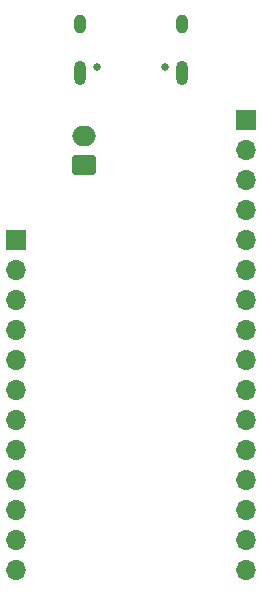
<source format=gbr>
%TF.GenerationSoftware,KiCad,Pcbnew,(6.0.9)*%
%TF.CreationDate,2023-01-04T16:56:23-05:00*%
%TF.ProjectId,RP2040_DevBoard_LiPo,52503230-3430-45f4-9465-76426f617264,rev?*%
%TF.SameCoordinates,Original*%
%TF.FileFunction,Soldermask,Bot*%
%TF.FilePolarity,Negative*%
%FSLAX46Y46*%
G04 Gerber Fmt 4.6, Leading zero omitted, Abs format (unit mm)*
G04 Created by KiCad (PCBNEW (6.0.9)) date 2023-01-04 16:56:23*
%MOMM*%
%LPD*%
G01*
G04 APERTURE LIST*
G04 Aperture macros list*
%AMRoundRect*
0 Rectangle with rounded corners*
0 $1 Rounding radius*
0 $2 $3 $4 $5 $6 $7 $8 $9 X,Y pos of 4 corners*
0 Add a 4 corners polygon primitive as box body*
4,1,4,$2,$3,$4,$5,$6,$7,$8,$9,$2,$3,0*
0 Add four circle primitives for the rounded corners*
1,1,$1+$1,$2,$3*
1,1,$1+$1,$4,$5*
1,1,$1+$1,$6,$7*
1,1,$1+$1,$8,$9*
0 Add four rect primitives between the rounded corners*
20,1,$1+$1,$2,$3,$4,$5,0*
20,1,$1+$1,$4,$5,$6,$7,0*
20,1,$1+$1,$6,$7,$8,$9,0*
20,1,$1+$1,$8,$9,$2,$3,0*%
G04 Aperture macros list end*
%ADD10C,0.650000*%
%ADD11O,1.000000X2.100000*%
%ADD12O,1.000000X1.600000*%
%ADD13R,1.700000X1.700000*%
%ADD14O,1.700000X1.700000*%
%ADD15RoundRect,0.250000X0.750000X-0.600000X0.750000X0.600000X-0.750000X0.600000X-0.750000X-0.600000X0*%
%ADD16O,2.000000X1.700000*%
G04 APERTURE END LIST*
D10*
%TO.C,J1*%
X168610000Y-26600000D03*
X174390000Y-26600000D03*
D11*
X167180000Y-27130000D03*
D12*
X175820000Y-22950000D03*
X167180000Y-22950000D03*
D11*
X175820000Y-27130000D03*
%TD*%
D13*
%TO.C,J2*%
X181250000Y-31100000D03*
D14*
X181250000Y-33640000D03*
X181250000Y-36180000D03*
X181250000Y-38720000D03*
X181250000Y-41260000D03*
X181250000Y-43800000D03*
X181250000Y-46340000D03*
X181250000Y-48880000D03*
X181250000Y-51420000D03*
X181250000Y-53960000D03*
X181250000Y-56500000D03*
X181250000Y-59040000D03*
X181250000Y-61580000D03*
X181250000Y-64120000D03*
X181250000Y-66660000D03*
X181250000Y-69200000D03*
%TD*%
D13*
%TO.C,J6*%
X161800000Y-41250000D03*
D14*
X161800000Y-43790000D03*
X161800000Y-46330000D03*
X161800000Y-48870000D03*
X161800000Y-51410000D03*
X161800000Y-53950000D03*
X161800000Y-56490000D03*
X161800000Y-59030000D03*
X161800000Y-61570000D03*
X161800000Y-64110000D03*
X161800000Y-66650000D03*
X161800000Y-69190000D03*
%TD*%
D15*
%TO.C,J3*%
X167532500Y-34950000D03*
D16*
X167532500Y-32450000D03*
%TD*%
M02*

</source>
